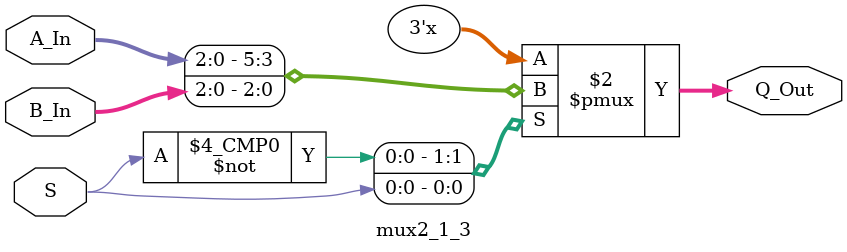
<source format=sv>
module mux2_1_3	(input				S,
						input					[2:0] A_In,
						input 				[2:0] B_In,
						output logic		[2:0] Q_Out);
						
		// 3 bit parallel multiplexer implemented using case statement
		always_comb
		begin
				unique case(S)
						1'b0	:	Q_Out <= A_In;
						1'b1	:	Q_Out <= B_In;
						default :  Q_Out=2'bxx;
				endcase
		end
		
		
endmodule
</source>
